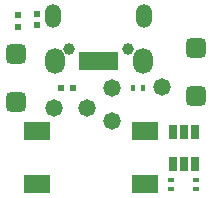
<source format=gts>
G04*
G04 #@! TF.GenerationSoftware,Altium Limited,Altium Designer,22.5.1 (42)*
G04*
G04 Layer_Color=8388736*
%FSLAX44Y44*%
%MOMM*%
G71*
G04*
G04 #@! TF.SameCoordinates,58EBD81C-6F45-4402-977D-F62170CEE2AC*
G04*
G04*
G04 #@! TF.FilePolarity,Negative*
G04*
G01*
G75*
%ADD17R,0.6000X0.5000*%
%ADD18R,0.5000X0.5000*%
%ADD19R,0.5000X0.4000*%
%ADD20R,0.4000X0.5000*%
%ADD21R,0.4750X0.5000*%
%ADD25R,2.3032X1.6032*%
%ADD26R,0.8032X1.2032*%
%ADD27R,0.6532X1.5032*%
G04:AMPARAMS|DCode=28|XSize=1.7272mm|YSize=1.7272mm|CornerRadius=0.4826mm|HoleSize=0mm|Usage=FLASHONLY|Rotation=90.000|XOffset=0mm|YOffset=0mm|HoleType=Round|Shape=RoundedRectangle|*
%AMROUNDEDRECTD28*
21,1,1.7272,0.7620,0,0,90.0*
21,1,0.7620,1.7272,0,0,90.0*
1,1,0.9652,0.3810,0.3810*
1,1,0.9652,0.3810,-0.3810*
1,1,0.9652,-0.3810,-0.3810*
1,1,0.9652,-0.3810,0.3810*
%
%ADD28ROUNDEDRECTD28*%
%ADD29C,1.0032*%
%ADD30O,1.3532X2.0032*%
%ADD31O,1.6532X2.2032*%
%ADD32C,1.4732*%
D17*
X29111Y153833D02*
D03*
Y162833D02*
D03*
D18*
X12700Y152480D02*
D03*
Y162480D02*
D03*
D19*
X142240Y15050D02*
D03*
Y23050D02*
D03*
X163830Y15050D02*
D03*
Y23050D02*
D03*
D20*
X118490Y100330D02*
D03*
X110490D02*
D03*
D21*
X49485D02*
D03*
X59735D02*
D03*
D25*
X29430Y19410D02*
D03*
X120430D02*
D03*
X29430Y64410D02*
D03*
X120430D02*
D03*
D26*
X144170Y36030D02*
D03*
X153670D02*
D03*
X163170D02*
D03*
Y63030D02*
D03*
X153670D02*
D03*
X144170D02*
D03*
D27*
X74780Y123400D02*
D03*
X81280D02*
D03*
X87780D02*
D03*
X68280D02*
D03*
X94280D02*
D03*
D28*
X163830Y93980D02*
D03*
Y133980D02*
D03*
X11430Y88900D02*
D03*
Y128900D02*
D03*
D29*
X56280Y133900D02*
D03*
X106280D02*
D03*
D30*
X42530Y161400D02*
D03*
X120030D02*
D03*
D31*
X44030Y123400D02*
D03*
X118530D02*
D03*
D32*
X43180Y83820D02*
D03*
X92710Y72551D02*
D03*
X71120Y83820D02*
D03*
X92710Y100330D02*
D03*
X134620Y101600D02*
D03*
X120430Y64410D02*
D03*
M02*

</source>
